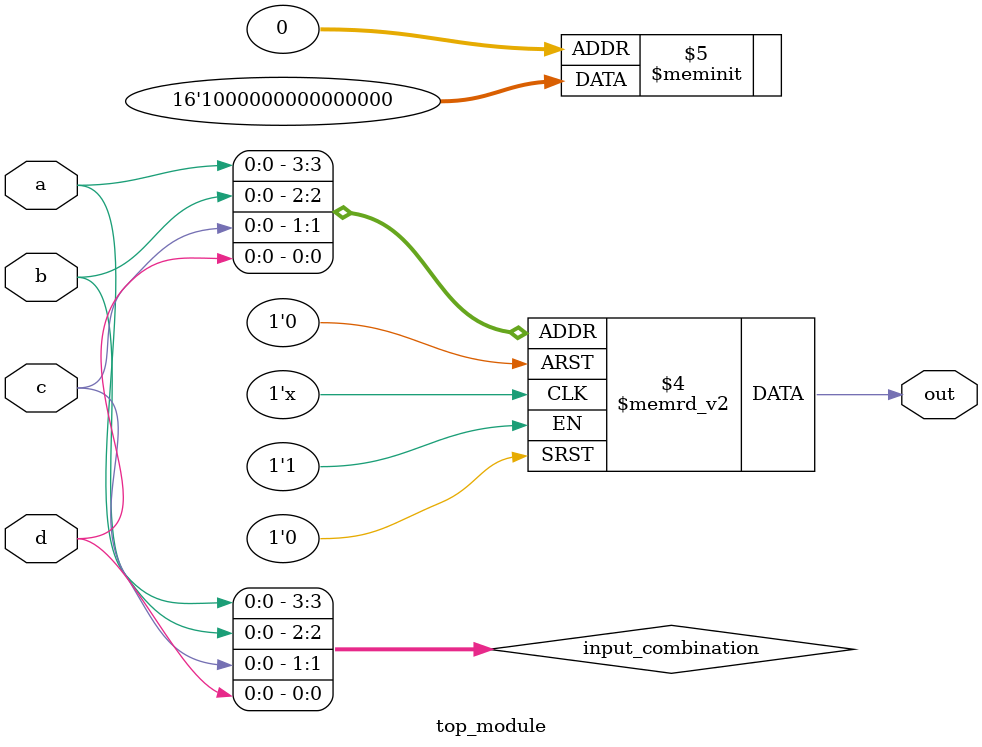
<source format=sv>
module top_module (
    input a, 
    input b,
    input c,
    input d,
    output reg out
);

    // Intermediate wire to hold the 4-bit input combination
    wire [3:0] input_combination;

    // Combine the inputs into a 4-bit vector
    assign input_combination = {a, b, c, d};

    always @(*) begin
        // Use a case statement to determine the output based on the 4-bit input combination
        case (input_combination)
            4'b0000: out = 1'b0;
            4'b0001: out = 1'b0;
            4'b0010: out = 1'b0;
            4'b0011: out = 1'b0;
            4'b0100: out = 1'b0;
            4'b0101: out = 1'b0;
            4'b0110: out = 1'b0;
            4'b0111: out = 1'b0;
            4'b1000: out = 1'b0;
            4'b1001: out = 1'b0;
            4'b1010: out = 1'b0;
            4'b1011: out = 1'b0;
            4'b1100: out = 1'b0;
            4'b1101: out = 1'b0;
            4'b1110: out = 1'b0;
            4'b1111: out = 1'b1;
            default: out = 1'b0;  // Default case to handle any unexpected values
        endcase
    end
    
endmodule

</source>
